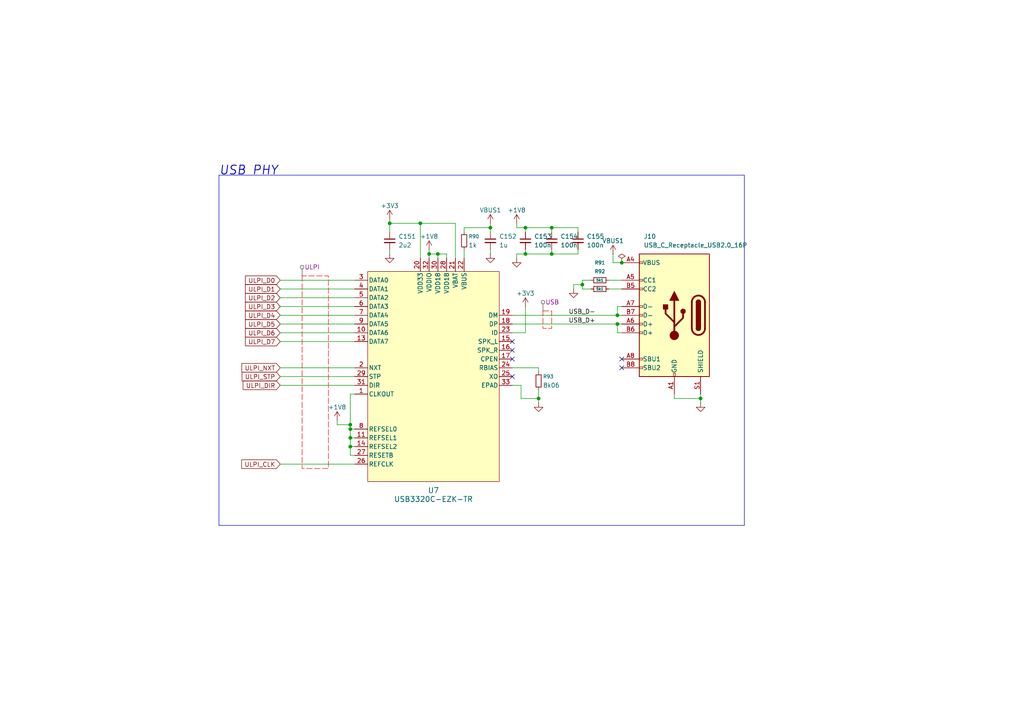
<source format=kicad_sch>
(kicad_sch (version 20250114) (generator "eeschema") (generator_version "9.0")
  (paper "A4")
  (title_block (title "FPGA Zynq7000 Dev Board") (date "2025-07-10") (rev "A"))
  (lib_symbols
    (symbol "Connector:USB_C_Receptacle_USB2.0_16P" (pin_names (offset 1.016))
      (property "Reference" "J" (at 0 22.225 0))
      (property "Value" "USB_C_Receptacle_USB2.0_16P" (at 0 19.685 0))
      (symbol "USB_C_Receptacle_USB2.0_16P_0_0"
        (rectangle (start -0.254 -17.78) (end 0.254 -16.764))
        (rectangle (start 10.16 15.494) (end 9.144 14.986))
        (rectangle (start 10.16 10.414) (end 9.144 9.906))
        (rectangle (start 10.16 7.874) (end 9.144 7.366))
        (rectangle (start 10.16 2.794) (end 9.144 2.286))
        (rectangle (start 10.16 0.254) (end 9.144 -0.254))
        (rectangle (start 10.16 -2.286) (end 9.144 -2.794))
        (rectangle (start 10.16 -4.826) (end 9.144 -5.334))
        (rectangle (start 10.16 -12.446) (end 9.144 -12.954))
        (rectangle (start 10.16 -14.986) (end 9.144 -15.494))
      )
      (symbol "USB_C_Receptacle_USB2.0_16P_0_1"
        (rectangle (start -10.16 17.78) (end 10.16 -17.78) (stroke (width 0.254)) (fill (type background)))
        (polyline (pts (xy -8.89 -3.81) (xy -8.89 3.81)) (stroke (width 0.508)))
        (rectangle (start -7.62 -3.81) (end -6.35 3.81) (stroke (width 0.254)) (fill (type outline)))
        (arc (start -7.62 3.81) (mid -6.985 4.4423) (end -6.35 3.81) (stroke (width 0.254)))
        (arc (start -7.62 3.81) (mid -6.985 4.4423) (end -6.35 3.81) (stroke (width 0.254)) (fill (type outline)))
        (arc (start -8.89 3.81) (mid -6.985 5.7067) (end -5.08 3.81) (stroke (width 0.508)))
        (arc (start -5.08 -3.81) (mid -6.985 -5.7067) (end -8.89 -3.81) (stroke (width 0.508)))
        (arc (start -6.35 -3.81) (mid -6.985 -4.4423) (end -7.62 -3.81) (stroke (width 0.254)))
        (arc (start -6.35 -3.81) (mid -6.985 -4.4423) (end -7.62 -3.81) (stroke (width 0.254)) (fill (type outline)))
        (polyline (pts (xy -5.08 3.81) (xy -5.08 -3.81)) (stroke (width 0.508)))
        (circle (center -2.54 1.143) (radius 0.635) (stroke (width 0.254)) (fill (type outline)))
        (polyline (pts (xy -1.27 4.318) (xy 0 6.858) (xy 1.27 4.318) (xy -1.27 4.318)) (stroke (width 0.254)) (fill (type outline)))
        (polyline (pts (xy 0 -2.032) (xy 2.54 0.508) (xy 2.54 1.778)) (stroke (width 0.508)))
        (polyline (pts (xy 0 -3.302) (xy -2.54 -0.762) (xy -2.54 0.508)) (stroke (width 0.508)))
        (polyline (pts (xy 0 -5.842) (xy 0 4.318)) (stroke (width 0.508)))
        (circle (center 0 -5.842) (radius 1.27) (fill (type outline)))
        (rectangle (start 1.905 1.778) (end 3.175 3.048) (stroke (width 0.254)) (fill (type outline)))
      )
      (symbol "USB_C_Receptacle_USB2.0_16P_1_1"
        (pin passive line (at -7.62 -22.86 90) (length 5.08) (name "SHIELD") (number "S1"))
        (pin passive line (at 0 -22.86 90) (length 5.08) (name "GND") (number "A1"))
        (pin passive line (at 0 -22.86 90) (length 5.08) (hide yes) (name "GND") (number "A12"))
        (pin passive line (at 0 -22.86 90) (length 5.08) (hide yes) (name "GND") (number "B1"))
        (pin passive line (at 0 -22.86 90) (length 5.08) (hide yes) (name "GND") (number "B12"))
        (pin passive line (at 15.24 15.24 180) (length 5.08) (name "VBUS") (number "A4"))
        (pin passive line (at 15.24 15.24 180) (length 5.08) (hide yes) (name "VBUS") (number "A9"))
        (pin passive line (at 15.24 15.24 180) (length 5.08) (hide yes) (name "VBUS") (number "B4"))
        (pin passive line (at 15.24 15.24 180) (length 5.08) (hide yes) (name "VBUS") (number "B9"))
        (pin bidirectional line (at 15.24 10.16 180) (length 5.08) (name "CC1") (number "A5"))
        (pin bidirectional line (at 15.24 7.62 180) (length 5.08) (name "CC2") (number "B5"))
        (pin bidirectional line (at 15.24 2.54 180) (length 5.08) (name "D-") (number "A7"))
        (pin bidirectional line (at 15.24 0 180) (length 5.08) (name "D-") (number "B7"))
        (pin bidirectional line (at 15.24 -2.54 180) (length 5.08) (name "D+") (number "A6"))
        (pin bidirectional line (at 15.24 -5.08 180) (length 5.08) (name "D+") (number "B6"))
        (pin bidirectional line (at 15.24 -12.7 180) (length 5.08) (name "SBU1") (number "A8"))
        (pin bidirectional line (at 15.24 -15.24 180) (length 5.08) (name "SBU2") (number "B8"))
      )
    )
    (symbol "Custom:USB3320C-EZK-TR" (pin_names (offset 0.254))
      (property "Reference" "U" (at 0 5.08 0))
      (property "Value" "USB3320C-EZK-TR" (at 0 2.54 0))
      (symbol "USB3320C-EZK-TR_0_1"
        (pin bidirectional line (at -3.81 -2.54 0) (length 3.81) (name "DATA0") (number "3"))
        (pin bidirectional line (at -3.81 -5.08 0) (length 3.81) (name "DATA1") (number "4"))
        (pin bidirectional line (at -3.81 -7.62 0) (length 3.81) (name "DATA2") (number "5"))
        (pin bidirectional line (at -3.81 -10.16 0) (length 3.81) (name "DATA3") (number "6"))
        (pin bidirectional line (at -3.81 -12.7 0) (length 3.81) (name "DATA4") (number "7"))
        (pin bidirectional line (at -3.81 -15.24 0) (length 3.81) (name "DATA5") (number "9"))
        (pin bidirectional line (at -3.81 -17.78 0) (length 3.81) (name "DATA6") (number "10"))
        (pin bidirectional line (at -3.81 -20.32 0) (length 3.81) (name "DATA7") (number "13"))
        (pin output line (at -3.81 -27.94 0) (length 3.81) (name "NXT") (number "2"))
        (pin input line (at -3.81 -30.48 0) (length 3.81) (name "STP") (number "29"))
        (pin output line (at -3.81 -33.02 0) (length 3.81) (name "DIR") (number "31"))
        (pin passive line (at -3.81 -35.56 0) (length 3.81) (name "CLKOUT") (number "1"))
        (pin input line (at -3.81 -45.72 0) (length 3.81) (name "REFSEL0") (number "8"))
        (pin input line (at -3.81 -48.26 0) (length 3.81) (name "REFSEL1") (number "11"))
        (pin input line (at -3.81 -50.8 0) (length 3.81) (name "REFSEL2") (number "14"))
        (pin input line (at -3.81 -53.34 0) (length 3.81) (name "RESETB") (number "27"))
        (pin input line (at -3.81 -55.88 0) (length 3.81) (name "REFCLK") (number "26"))
        (pin power_in line (at 15.24 3.81 270) (length 3.81) (name "VDD33") (number "20"))
        (pin power_in line (at 17.78 3.81 270) (length 3.81) (name "VDDIO") (number "32"))
        (pin power_in line (at 20.32 3.81 270) (length 3.81) (name "VDD18") (number "30"))
        (pin power_in line (at 22.86 3.81 270) (length 3.81) (name "VDD18") (number "28"))
        (pin power_in line (at 25.4 3.81 270) (length 3.81) (name "VBAT") (number "21"))
        (pin bidirectional line (at 27.94 3.81 270) (length 3.81) (name "VBUS") (number "22"))
        (pin bidirectional line (at 41.91 -12.7 180) (length 3.81) (name "DM") (number "19"))
        (pin bidirectional line (at 41.91 -15.24 180) (length 3.81) (name "DP") (number "18"))
        (pin input line (at 41.91 -17.78 180) (length 3.81) (name "ID") (number "23"))
        (pin bidirectional line (at 41.91 -20.32 180) (length 3.81) (name "SPK_L") (number "15"))
        (pin bidirectional line (at 41.91 -22.86 180) (length 3.81) (name "SPK_R") (number "16"))
        (pin output line (at 41.91 -25.4 180) (length 3.81) (name "CPEN") (number "17"))
        (pin passive line (at 41.91 -27.94 180) (length 3.81) (name "RBIAS") (number "24"))
        (pin output line (at 41.91 -30.48 180) (length 3.81) (name "XO") (number "25"))
        (pin passive line (at 41.91 -33.02 180) (length 3.81) (name "EPAD") (number "33"))
      )
      (symbol "USB3320C-EZK-TR_1_1"
        (rectangle (start 0 0) (end 38.1 -60.96) (fill (type background)))
        (pin no_connect line (at -33.02 -62.23 0) (length 3.81) (hide yes) (name "NC") (number "12"))
      )
    )
    (symbol "Device:C_Small" (pin_numbers (hide yes)) (pin_names (offset 0.254) (hide yes))
      (property "Reference" "C" (at 0.254 1.778 0))
      (property "Value" "C_Small" (at 0.254 -2.032 0))
      (symbol "C_Small_0_1"
        (polyline (pts (xy -1.524 0.508) (xy 1.524 0.508)) (stroke (width 0.3048)))
        (polyline (pts (xy -1.524 -0.508) (xy 1.524 -0.508)) (stroke (width 0.3302)))
      )
      (symbol "C_Small_1_1"
        (pin passive line (at 0 2.54 270) (length 2.032) (name "~") (number "1"))
        (pin passive line (at 0 -2.54 90) (length 2.032) (name "~") (number "2"))
      )
    )
    (symbol "Device:R_Small" (pin_numbers (hide yes)) (pin_names (offset 0.254) (hide yes))
      (property "Reference" "R" (at 0 0 90))
      (property "Value" "R_Small" (at 1.778 0 90))
      (symbol "R_Small_0_1"
        (rectangle (start -0.762 1.778) (end 0.762 -1.778) (stroke (width 0.2032)))
      )
      (symbol "R_Small_1_1"
        (pin passive line (at 0 2.54 270) (length 0.762) (name "~") (number "1"))
        (pin passive line (at 0 -2.54 90) (length 0.762) (name "~") (number "2"))
      )
    )
    (symbol "power:+1V8" (power) (pin_numbers (hide yes)) (pin_names (offset 0) (hide yes))
      (property "Value" "+1V8" (at 0 3.556 0))
      (symbol "+1V8_0_1"
        (polyline (pts (xy -0.762 1.27) (xy 0 2.54)))
        (polyline (pts (xy 0 2.54) (xy 0.762 1.27)))
        (polyline (pts (xy 0 0) (xy 0 2.54)))
      )
      (symbol "+1V8_1_1"
        (pin power_in line (at 0 0 90) (length 0) (name "~") (number "1"))
      )
    )
    (symbol "power:+3V3" (power) (pin_numbers (hide yes)) (pin_names (offset 0) (hide yes))
      (property "Value" "+3V3" (at 0 3.556 0))
      (symbol "+3V3_0_1"
        (polyline (pts (xy -0.762 1.27) (xy 0 2.54)))
        (polyline (pts (xy 0 2.54) (xy 0.762 1.27)))
        (polyline (pts (xy 0 0) (xy 0 2.54)))
      )
      (symbol "+3V3_1_1"
        (pin power_in line (at 0 0 90) (length 0) (name "~") (number "1"))
      )
    )
    (symbol "power:GND" (power) (pin_numbers (hide yes)) (pin_names (offset 0) (hide yes))
      (property "Value" "GND" (at 0 -3.81 0))
      (symbol "GND_0_1"
        (polyline (pts (xy 0 0) (xy 0 -1.27) (xy 1.27 -1.27) (xy 0 -2.54) (xy -1.27 -1.27) (xy 0 -1.27)))
      )
      (symbol "GND_1_1"
        (pin power_in line (at 0 0 270) (length 0) (name "~") (number "1"))
      )
    )
    (symbol "power:PWR_FLAG" (power) (pin_numbers (hide yes)) (pin_names (offset 0) (hide yes))
      (property "Value" "PWR_FLAG" (at 0 3.81 0))
      (symbol "PWR_FLAG_0_0"
        (pin power_out line (at 0 0 90) (length 0) (name "~") (number "1"))
      )
      (symbol "PWR_FLAG_0_1"
        (polyline (pts (xy 0 0) (xy 0 1.27) (xy -1.016 1.905) (xy 0 2.54) (xy 1.016 1.905) (xy 0 1.27)))
      )
    )
  )
  (rectangle (start 63.5 50.8) (end 215.9 152.4))
  (text "USB PHY" (at 63.5 49.53 0) (effects (font (size 2.54 2.54) (thickness 0.254) (bold yes) (italic yes)) (justify left)))
  (junction (at 152.4 73.66))
  (junction (at 101.6 124.46))
  (junction (at 101.6 127))
  (junction (at 168.91 82.55))
  (junction (at 203.2 115.57))
  (junction (at 113.03 64.77))
  (junction (at 179.07 93.98))
  (junction (at 180.34 76.2))
  (junction (at 152.4 66.04))
  (junction (at 160.02 66.04))
  (junction (at 101.6 129.54))
  (junction (at 124.46 73.66))
  (junction (at 160.02 73.66))
  (junction (at 121.92 64.77))
  (junction (at 127 73.66))
  (junction (at 142.24 66.04))
  (junction (at 179.07 91.44))
  (junction (at 156.21 115.57))
  (junction (at 101.6 123.19))
  (no_connect (at 148.59 104.14))
  (no_connect (at 148.59 99.06))
  (no_connect (at 180.34 106.68))
  (no_connect (at 148.59 109.22))
  (no_connect (at 148.59 101.6))
  (no_connect (at 180.34 104.14))
  (wire (pts (xy 134.62 66.04) (xy 134.62 67.31)))
  (wire (pts (xy 179.07 88.9) (xy 179.07 91.44)))
  (wire (pts (xy 142.24 64.77) (xy 142.24 66.04)))
  (wire (pts (xy 203.2 114.3) (xy 203.2 115.57)))
  (wire (pts (xy 134.62 72.39) (xy 134.62 74.93)))
  (wire (pts (xy 101.6 132.08) (xy 102.87 132.08)))
  (wire (pts (xy 148.59 93.98) (xy 179.07 93.98)))
  (wire (pts (xy 168.91 82.55) (xy 168.91 81.28)))
  (wire (pts (xy 149.86 74.93) (xy 149.86 73.66)))
  (wire (pts (xy 151.13 111.76) (xy 148.59 111.76)))
  (wire (pts (xy 179.07 96.52) (xy 180.34 96.52)))
  (wire (pts (xy 149.86 66.04) (xy 152.4 66.04)))
  (wire (pts (xy 166.37 83.82) (xy 166.37 82.55)))
  (wire (pts (xy 152.4 73.66) (xy 160.02 73.66)))
  (wire (pts (xy 101.6 127) (xy 102.87 127)))
  (wire (pts (xy 156.21 106.68) (xy 148.59 106.68)))
  (wire (pts (xy 152.4 73.66) (xy 152.4 72.39)))
  (wire (pts (xy 124.46 73.66) (xy 124.46 74.93)))
  (wire (pts (xy 160.02 72.39) (xy 160.02 73.66)))
  (wire (pts (xy 101.6 124.46) (xy 101.6 127)))
  (wire (pts (xy 134.62 66.04) (xy 142.24 66.04)))
  (wire (pts (xy 149.86 73.66) (xy 152.4 73.66)))
  (wire (pts (xy 81.28 96.52) (xy 102.87 96.52)))
  (wire (pts (xy 113.03 63.5) (xy 113.03 64.77)))
  (wire (pts (xy 113.03 72.39) (xy 113.03 73.66)))
  (wire (pts (xy 101.6 114.3) (xy 101.6 123.19)))
  (wire (pts (xy 101.6 129.54) (xy 102.87 129.54)))
  (wire (pts (xy 156.21 115.57) (xy 156.21 113.03)))
  (wire (pts (xy 195.58 115.57) (xy 195.58 114.3)))
  (wire (pts (xy 177.8 76.2) (xy 180.34 76.2)))
  (wire (pts (xy 177.8 73.66) (xy 177.8 76.2)))
  (wire (pts (xy 151.13 115.57) (xy 151.13 111.76)))
  (wire (pts (xy 166.37 82.55) (xy 168.91 82.55)))
  (wire (pts (xy 101.6 123.19) (xy 101.6 124.46)))
  (wire (pts (xy 101.6 129.54) (xy 101.6 132.08)))
  (wire (pts (xy 121.92 64.77) (xy 132.08 64.77)))
  (wire (pts (xy 167.64 73.66) (xy 167.64 72.39)))
  (wire (pts (xy 81.28 109.22) (xy 102.87 109.22)))
  (wire (pts (xy 124.46 72.39) (xy 124.46 73.66)))
  (wire (pts (xy 142.24 66.04) (xy 142.24 67.31)))
  (wire (pts (xy 156.21 107.95) (xy 156.21 106.68)))
  (wire (pts (xy 176.53 81.28) (xy 180.34 81.28)))
  (wire (pts (xy 113.03 64.77) (xy 121.92 64.77)))
  (wire (pts (xy 101.6 124.46) (xy 102.87 124.46)))
  (wire (pts (xy 180.34 88.9) (xy 179.07 88.9)))
  (wire (pts (xy 81.28 91.44) (xy 102.87 91.44)))
  (wire (pts (xy 127 73.66) (xy 127 74.93)))
  (wire (pts (xy 129.54 73.66) (xy 129.54 74.93)))
  (wire (pts (xy 179.07 93.98) (xy 179.07 96.52)))
  (wire (pts (xy 81.28 86.36) (xy 102.87 86.36)))
  (wire (pts (xy 113.03 67.31) (xy 113.03 64.77)))
  (wire (pts (xy 81.28 111.76) (xy 102.87 111.76)))
  (wire (pts (xy 160.02 66.04) (xy 167.64 66.04)))
  (wire (pts (xy 101.6 123.19) (xy 97.79 123.19)))
  (wire (pts (xy 160.02 66.04) (xy 160.02 67.31)))
  (wire (pts (xy 97.79 123.19) (xy 97.79 121.92)))
  (wire (pts (xy 124.46 73.66) (xy 127 73.66)))
  (wire (pts (xy 171.45 83.82) (xy 168.91 83.82)))
  (wire (pts (xy 149.86 64.77) (xy 149.86 66.04)))
  (wire (pts (xy 156.21 115.57) (xy 151.13 115.57)))
  (wire (pts (xy 81.28 106.68) (xy 102.87 106.68)))
  (wire (pts (xy 81.28 93.98) (xy 102.87 93.98)))
  (wire (pts (xy 160.02 73.66) (xy 167.64 73.66)))
  (wire (pts (xy 132.08 64.77) (xy 132.08 74.93)))
  (wire (pts (xy 101.6 127) (xy 101.6 129.54)))
  (wire (pts (xy 142.24 72.39) (xy 142.24 73.66)))
  (wire (pts (xy 127 73.66) (xy 129.54 73.66)))
  (wire (pts (xy 176.53 83.82) (xy 180.34 83.82)))
  (wire (pts (xy 180.34 93.98) (xy 179.07 93.98)))
  (wire (pts (xy 152.4 66.04) (xy 160.02 66.04)))
  (wire (pts (xy 81.28 134.62) (xy 102.87 134.62)))
  (wire (pts (xy 81.28 83.82) (xy 102.87 83.82)))
  (wire (pts (xy 195.58 115.57) (xy 203.2 115.57)))
  (wire (pts (xy 152.4 66.04) (xy 152.4 67.31)))
  (wire (pts (xy 168.91 83.82) (xy 168.91 82.55)))
  (wire (pts (xy 102.87 114.3) (xy 101.6 114.3)))
  (wire (pts (xy 81.28 81.28) (xy 102.87 81.28)))
  (wire (pts (xy 167.64 66.04) (xy 167.64 67.31)))
  (wire (pts (xy 121.92 64.77) (xy 121.92 74.93)))
  (wire (pts (xy 81.28 88.9) (xy 102.87 88.9)))
  (wire (pts (xy 203.2 115.57) (xy 203.2 116.84)))
  (wire (pts (xy 148.59 91.44) (xy 179.07 91.44)))
  (wire (pts (xy 152.4 96.52) (xy 148.59 96.52)))
  (wire (pts (xy 156.21 116.84) (xy 156.21 115.57)))
  (wire (pts (xy 168.91 81.28) (xy 171.45 81.28)))
  (wire (pts (xy 152.4 88.9) (xy 152.4 96.52)))
  (wire (pts (xy 179.07 91.44) (xy 180.34 91.44)))
  (wire (pts (xy 81.28 99.06) (xy 102.87 99.06)))
  (label "USB_D+" (at 172.72 93.98 180) (effects (font (thickness 0.1588))))
  (label "USB_D-" (at 172.72 91.44 180) (effects (font (thickness 0.1588))))
  (global_label "ULPI_D7" (shape input) (at 81.28 99.06 180) (effects (font (thickness 0.1588))) (property "Intersheetrefs" "${INTERSHEET_REFS}" (effects (hide yes))))
  (global_label "ULPI_D5" (shape input) (at 81.28 93.98 180) (effects (font (thickness 0.1588))) (property "Intersheetrefs" "${INTERSHEET_REFS}" (effects (hide yes))))
  (global_label "ULPI_D2" (shape input) (at 81.28 86.36 180) (effects (font (thickness 0.1588))) (property "Intersheetrefs" "${INTERSHEET_REFS}" (effects (hide yes))))
  (global_label "ULPI_D6" (shape input) (at 81.28 96.52 180) (effects (font (thickness 0.1588))) (property "Intersheetrefs" "${INTERSHEET_REFS}" (effects (hide yes))))
  (global_label "ULPI_D0" (shape input) (at 81.28 81.28 180) (effects (font (thickness 0.1588))) (property "Intersheetrefs" "${INTERSHEET_REFS}" (effects (hide yes))))
  (global_label "ULPI_D4" (shape input) (at 81.28 91.44 180) (effects (font (thickness 0.1588))) (property "Intersheetrefs" "${INTERSHEET_REFS}" (effects (hide yes))))
  (global_label "ULPI_STP" (shape input) (at 81.28 109.22 180) (property "Intersheetrefs" "${INTERSHEET_REFS}" (effects (hide yes))))
  (global_label "ULPI_NXT" (shape input) (at 81.28 106.68 180) (property "Intersheetrefs" "${INTERSHEET_REFS}" (effects (hide yes))))
  (global_label "ULPI_DIR" (shape input) (at 81.28 111.76 180) (property "Intersheetrefs" "${INTERSHEET_REFS}" (effects (hide yes))))
  (global_label "ULPI_D1" (shape input) (at 81.28 83.82 180) (effects (font (thickness 0.1588))) (property "Intersheetrefs" "${INTERSHEET_REFS}" (effects (hide yes))))
  (global_label "ULPI_CLK" (shape input) (at 81.28 134.62 180) (property "Intersheetrefs" "${INTERSHEET_REFS}" (effects (hide yes))))
  (global_label "ULPI_D3" (shape input) (at 81.28 88.9 180) (effects (font (thickness 0.1588))) (property "Intersheetrefs" "${INTERSHEET_REFS}" (effects (hide yes))))
  (rule_area (polyline (pts (xy 157.48 90.17) (xy 160.02 90.17) (xy 160.02 95.25) (xy 157.48 95.25)) (stroke (width 0) (type dash))))
  (rule_area (polyline (pts (xy 87.63 80.01) (xy 87.63 135.89) (xy 95.25 135.89) (xy 95.25 80.01)) (stroke (width 0) (type dash))))
  (netclass_flag "" (length 2.54) (shape round) (at 87.63 80.01 0) (property "Netclass" "ULPI" (at 88.3285 77.47 0) (effects (justify left))))
  (netclass_flag "" (length 2.54) (shape round) (at 157.48 90.17 0) (property "Netclass" "USB" (at 158.1785 87.63 0) (effects (justify left))))
  (symbol (lib_id "power:GND") (at 142.24 73.66 0) (unit 1)
    (property "Reference" "#PWR0194" (effects (hide yes)))
    (property "Value" "GND" (effects (hide yes)))
    (property "Description" "Power symbol creates a global label with name \"GND\" , ground" (effects (hide yes)))
  )
  (symbol (lib_id "power:GND") (at 166.37 83.82 0) (unit 1)
    (property "Reference" "#PWR0197" (effects (hide yes)))
    (property "Value" "GND" (effects (hide yes)))
    (property "Description" "Power symbol creates a global label with name \"GND\" , ground" (effects (hide yes)))
  )
  (symbol (lib_id "power:+3V3") (at 177.8 73.66 0) (unit 1)
    (property "Reference" "#PWR0195" (effects (hide yes)))
    (property "Value" "VBUS1" (at 177.8 69.85 0))
    (property "Description" "Power symbol creates a global label with name \"+3V3\"" (effects (hide yes)))
  )
  (symbol (lib_id "power:+3V3") (at 152.4 88.9 0) (unit 1)
    (property "Reference" "#PWR0198" (effects (hide yes)))
    (property "Value" "+3V3" (at 152.4 85.09 0))
    (property "Description" "Power symbol creates a global label with name \"+3V3\"" (effects (hide yes)))
  )
  (symbol (lib_id "Device:C_Small") (at 152.4 69.85 0) (unit 1)
    (property "Reference" "C153" (at 154.94 68.58 0) (effects (justify left)))
    (property "Value" "100n" (at 154.94 71.12 0) (effects (justify left)))
    (property "Footprint" "Capacitor_SMD:C_0402_1005Metric" (effects (hide yes)))
    (property "Description" "Unpolarized capacitor, small symbol" (effects (hide yes)))
  )
  (symbol (lib_id "power:GND") (at 113.03 73.66 0) (unit 1)
    (property "Reference" "#PWR0193" (effects (hide yes)))
    (property "Value" "GND" (effects (hide yes)))
    (property "Description" "Power symbol creates a global label with name \"GND\" , ground" (effects (hide yes)))
  )
  (symbol (lib_id "Custom:USB3320C-EZK-TR") (at 106.68 78.74 0) (unit 1)
    (property "Reference" "U7" (at 125.73 142.24 0) (effects (font (size 1.524 1.524))))
    (property "Value" "USB3320C-EZK-TR" (at 125.73 144.78 0) (effects (font (size 1.524 1.524))))
    (property "Footprint" "Custom:QFN32_5X5MC_MCH" (effects (hide yes)))
    (property "Datasheet" "USB3320C-EZK-TR" (effects (hide yes)))
  )
  (symbol (lib_id "Device:C_Small") (at 113.03 69.85 0) (unit 1)
    (property "Reference" "C151" (at 115.57 68.5862 0) (effects (justify left)))
    (property "Value" "2u2" (at 115.57 71.1262 0) (effects (justify left)))
    (property "Footprint" "Capacitor_SMD:C_0402_1005Metric" (effects (hide yes)))
    (property "Description" "Unpolarized capacitor, small symbol" (effects (hide yes)))
  )
  (symbol (lib_id "Device:R_Small") (at 173.99 83.82 90) (unit 1)
    (property "Reference" "R92" (at 173.99 78.74 90) (effects (font (size 1.016 1.016))))
    (property "Value" "5k1" (at 173.99 83.82 90) (effects (font (size 0.762 0.762))))
    (property "Footprint" "Resistor_SMD:R_0402_1005Metric" (effects (hide yes)))
    (property "Description" "Resistor, small symbol" (effects (hide yes)))
  )
  (symbol (lib_id "Connector:USB_C_Receptacle_USB2.0_16P") (at 195.58 91.44 0) (mirror y) (unit 1)
    (property "Reference" "J10" (at 186.69 68.58 0) (effects (justify right)))
    (property "Value" "USB_C_Receptacle_USB2.0_16P" (at 186.69 71.12 0) (effects (justify right)))
    (property "Footprint" "Connector_USB:USB_C_Receptacle_GCT_USB4105-xx-A_16P_TopMnt_Horizontal" (effects (hide yes)))
    (property "Datasheet" "https://www.usb.org/sites/default/files/documents/usb_type-c.zip" (effects (hide yes)))
    (property "Description" "USB 2.0-only 16P Type-C Receptacle connector" (effects (hide yes)))
  )
  (symbol (lib_id "Device:R_Small") (at 173.99 81.28 90) (unit 1)
    (property "Reference" "R91" (at 173.99 76.2 90) (effects (font (size 1.016 1.016))))
    (property "Value" "5k1" (at 173.99 81.28 90) (effects (font (size 0.762 0.762))))
    (property "Footprint" "Resistor_SMD:R_0402_1005Metric" (effects (hide yes)))
    (property "Description" "Resistor, small symbol" (effects (hide yes)))
  )
  (symbol (lib_id "power:+3V3") (at 149.86 64.77 0) (unit 1)
    (property "Reference" "#PWR0191" (effects (hide yes)))
    (property "Value" "+1V8" (at 149.86 60.96 0))
    (property "Description" "Power symbol creates a global label with name \"+3V3\"" (effects (hide yes)))
  )
  (symbol (lib_id "Device:C_Small") (at 160.02 69.85 0) (unit 1)
    (property "Reference" "C154" (at 162.56 68.58 0) (effects (justify left)))
    (property "Value" "100n" (at 162.56 71.12 0) (effects (justify left)))
    (property "Footprint" "Capacitor_SMD:C_0402_1005Metric" (effects (hide yes)))
    (property "Description" "Unpolarized capacitor, small symbol" (effects (hide yes)))
  )
  (symbol (lib_id "power:+3V3") (at 142.24 64.77 0) (unit 1)
    (property "Reference" "#PWR0190" (effects (hide yes)))
    (property "Value" "VBUS1" (at 142.24 60.96 0))
    (property "Description" "Power symbol creates a global label with name \"+3V3\"" (effects (hide yes)))
  )
  (symbol (lib_id "power:GND") (at 156.21 116.84 0) (unit 1)
    (property "Reference" "#PWR0199" (effects (hide yes)))
    (property "Value" "GND" (effects (hide yes)))
    (property "Description" "Power symbol creates a global label with name \"GND\" , ground" (effects (hide yes)))
  )
  (symbol (lib_id "power:GND") (at 203.2 116.84 0) (unit 1)
    (property "Reference" "#PWR0200" (effects (hide yes)))
    (property "Value" "GND" (effects (hide yes)))
    (property "Description" "Power symbol creates a global label with name \"GND\" , ground" (effects (hide yes)))
  )
  (symbol (lib_id "power:+3V3") (at 124.46 72.39 0) (unit 1)
    (property "Reference" "#PWR0192" (effects (hide yes)))
    (property "Value" "+1V8" (at 124.46 68.58 0))
    (property "Description" "Power symbol creates a global label with name \"+3V3\"" (effects (hide yes)))
  )
  (symbol (lib_id "power:GND") (at 149.86 74.93 0) (unit 1)
    (property "Reference" "#PWR0196" (effects (hide yes)))
    (property "Value" "GND" (effects (hide yes)))
    (property "Description" "Power symbol creates a global label with name \"GND\" , ground" (effects (hide yes)))
  )
  (symbol (lib_id "Device:C_Small") (at 167.64 69.85 0) (unit 1)
    (property "Reference" "C155" (at 170.18 68.58 0) (effects (justify left)))
    (property "Value" "100n" (at 170.18 71.12 0) (effects (justify left)))
    (property "Footprint" "Capacitor_SMD:C_0402_1005Metric" (effects (hide yes)))
    (property "Description" "Unpolarized capacitor, small symbol" (effects (hide yes)))
  )
  (symbol (lib_id "power:+3V3") (at 113.03 63.5 0) (unit 1)
    (property "Reference" "#PWR0189" (effects (hide yes)))
    (property "Value" "+3V3" (at 113.03 59.69 0))
    (property "Description" "Power symbol creates a global label with name \"+3V3\"" (effects (hide yes)))
  )
  (symbol (lib_id "power:PWR_FLAG") (at 180.34 76.2 0) (unit 1)
    (property "Reference" "#FLG014" (effects (hide yes)))
    (property "Value" "PWR_FLAG" (effects (hide yes)))
    (property "Description" "Special symbol for telling ERC where power comes from" (effects (hide yes)))
  )
  (symbol (lib_id "Device:C_Small") (at 142.24 69.85 0) (unit 1)
    (property "Reference" "C152" (at 144.78 68.58 0) (effects (justify left)))
    (property "Value" "1u" (at 144.78 71.12 0) (effects (justify left)))
    (property "Footprint" "Capacitor_SMD:C_0402_1005Metric" (effects (hide yes)))
    (property "Description" "Unpolarized capacitor, small symbol" (effects (hide yes)))
  )
  (symbol (lib_id "Device:R_Small") (at 156.21 110.49 0) (unit 1)
    (property "Reference" "R93" (at 157.48 109.22 0) (effects (font (size 1.016 1.016)) (justify left)))
    (property "Value" "8k06" (at 157.48 111.7599 0) (effects (justify left)))
    (property "Footprint" "Resistor_SMD:R_0402_1005Metric" (effects (hide yes)))
    (property "Description" "Resistor, small symbol" (effects (hide yes)))
  )
  (symbol (lib_id "power:+1V8") (at 97.79 121.92 0) (unit 1)
    (property "Reference" "#PWR0201" (effects (hide yes)))
    (property "Value" "+1V8" (at 97.79 118.11 0))
    (property "Description" "Power symbol creates a global label with name \"+1V8\"" (effects (hide yes)))
  )
  (symbol (lib_id "Device:R_Small") (at 134.62 69.85 0) (unit 1)
    (property "Reference" "R90" (at 135.89 68.58 0) (effects (font (size 1.016 1.016)) (justify left)))
    (property "Value" "1k" (at 135.89 71.1199 0) (effects (justify left)))
    (property "Footprint" "Resistor_SMD:R_0402_1005Metric" (effects (hide yes)))
    (property "Description" "Resistor, small symbol" (effects (hide yes)))
  )
)
</source>
